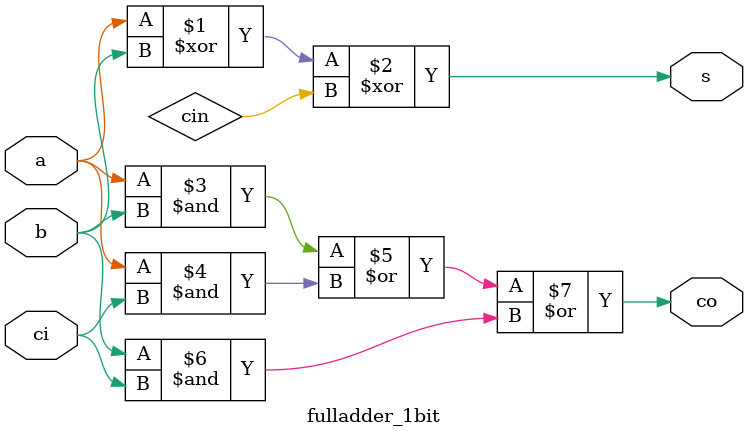
<source format=v>
module fulladder_1bit (
	input  a,
	input  b,
	input  ci,
	output s,
	output co );

	assign s = a ^ b ^ cin;
	assign co = a & b | a & ci | b & ci;

endmodule
</source>
